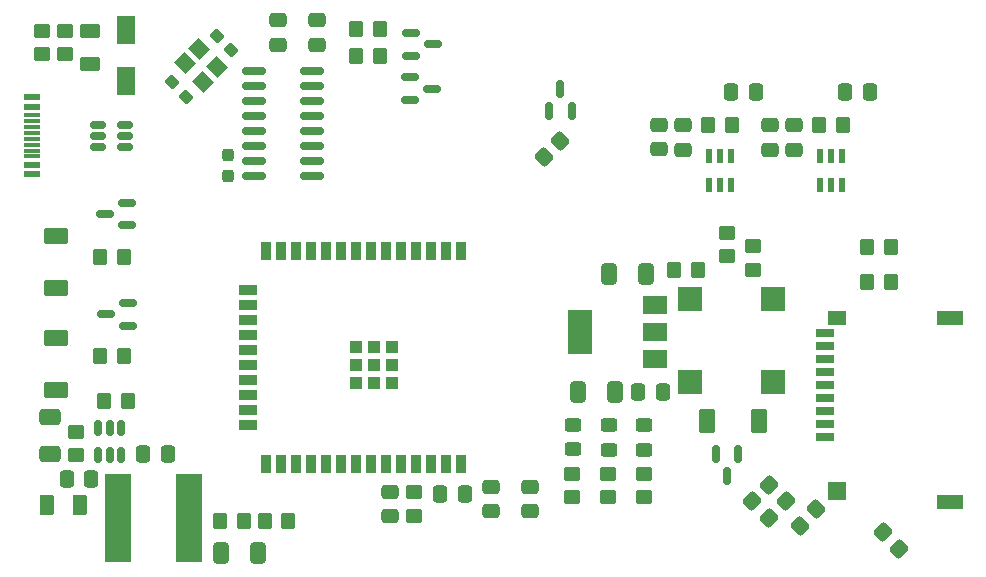
<source format=gbp>
G04 #@! TF.GenerationSoftware,KiCad,Pcbnew,7.0.1*
G04 #@! TF.CreationDate,2023-08-31T11:45:27+03:00*
G04 #@! TF.ProjectId,esp32_hotplate_digital,65737033-325f-4686-9f74-706c6174655f,rev?*
G04 #@! TF.SameCoordinates,Original*
G04 #@! TF.FileFunction,Paste,Bot*
G04 #@! TF.FilePolarity,Positive*
%FSLAX46Y46*%
G04 Gerber Fmt 4.6, Leading zero omitted, Abs format (unit mm)*
G04 Created by KiCad (PCBNEW 7.0.1) date 2023-08-31 11:45:27*
%MOMM*%
%LPD*%
G01*
G04 APERTURE LIST*
G04 Aperture macros list*
%AMRoundRect*
0 Rectangle with rounded corners*
0 $1 Rounding radius*
0 $2 $3 $4 $5 $6 $7 $8 $9 X,Y pos of 4 corners*
0 Add a 4 corners polygon primitive as box body*
4,1,4,$2,$3,$4,$5,$6,$7,$8,$9,$2,$3,0*
0 Add four circle primitives for the rounded corners*
1,1,$1+$1,$2,$3*
1,1,$1+$1,$4,$5*
1,1,$1+$1,$6,$7*
1,1,$1+$1,$8,$9*
0 Add four rect primitives between the rounded corners*
20,1,$1+$1,$2,$3,$4,$5,0*
20,1,$1+$1,$4,$5,$6,$7,0*
20,1,$1+$1,$6,$7,$8,$9,0*
20,1,$1+$1,$8,$9,$2,$3,0*%
%AMRotRect*
0 Rectangle, with rotation*
0 The origin of the aperture is its center*
0 $1 length*
0 $2 width*
0 $3 Rotation angle, in degrees counterclockwise*
0 Add horizontal line*
21,1,$1,$2,0,0,$3*%
G04 Aperture macros list end*
%ADD10RoundRect,0.250000X-0.350000X-0.450000X0.350000X-0.450000X0.350000X0.450000X-0.350000X0.450000X0*%
%ADD11RoundRect,0.250000X-0.337500X-0.475000X0.337500X-0.475000X0.337500X0.475000X-0.337500X0.475000X0*%
%ADD12RoundRect,0.250000X0.450000X-0.350000X0.450000X0.350000X-0.450000X0.350000X-0.450000X-0.350000X0*%
%ADD13R,2.200000X7.500000*%
%ADD14RoundRect,0.250000X-0.450000X0.325000X-0.450000X-0.325000X0.450000X-0.325000X0.450000X0.325000X0*%
%ADD15RoundRect,0.250000X0.475000X-0.337500X0.475000X0.337500X-0.475000X0.337500X-0.475000X-0.337500X0*%
%ADD16R,1.450000X0.600000*%
%ADD17R,1.450000X0.300000*%
%ADD18RoundRect,0.250000X-0.450000X0.350000X-0.450000X-0.350000X0.450000X-0.350000X0.450000X0.350000X0*%
%ADD19RoundRect,0.150000X-0.825000X-0.150000X0.825000X-0.150000X0.825000X0.150000X-0.825000X0.150000X0*%
%ADD20R,2.000000X2.000000*%
%ADD21RoundRect,0.250000X0.565685X0.070711X0.070711X0.565685X-0.565685X-0.070711X-0.070711X-0.565685X0*%
%ADD22RoundRect,0.150000X-0.587500X-0.150000X0.587500X-0.150000X0.587500X0.150000X-0.587500X0.150000X0*%
%ADD23R,1.550000X2.350000*%
%ADD24RoundRect,0.250000X0.070711X-0.565685X0.565685X-0.070711X-0.070711X0.565685X-0.565685X0.070711X0*%
%ADD25RoundRect,0.250000X0.337500X0.475000X-0.337500X0.475000X-0.337500X-0.475000X0.337500X-0.475000X0*%
%ADD26RoundRect,0.250000X-0.450000X-0.800000X0.450000X-0.800000X0.450000X0.800000X-0.450000X0.800000X0*%
%ADD27RoundRect,0.250000X-0.625000X0.375000X-0.625000X-0.375000X0.625000X-0.375000X0.625000X0.375000X0*%
%ADD28R,1.600000X0.700000*%
%ADD29R,1.500000X1.200000*%
%ADD30R,2.200000X1.200000*%
%ADD31R,1.500000X1.600000*%
%ADD32RoundRect,0.250000X0.350000X0.450000X-0.350000X0.450000X-0.350000X-0.450000X0.350000X-0.450000X0*%
%ADD33RoundRect,0.150000X0.587500X0.150000X-0.587500X0.150000X-0.587500X-0.150000X0.587500X-0.150000X0*%
%ADD34RoundRect,0.250000X-0.412500X-0.650000X0.412500X-0.650000X0.412500X0.650000X-0.412500X0.650000X0*%
%ADD35R,0.600000X1.200000*%
%ADD36RotRect,1.400000X1.200000X315.000000*%
%ADD37RoundRect,0.250000X-0.375000X-0.625000X0.375000X-0.625000X0.375000X0.625000X-0.375000X0.625000X0*%
%ADD38RoundRect,0.250000X-0.070711X0.565685X-0.565685X0.070711X0.070711X-0.565685X0.565685X-0.070711X0*%
%ADD39RoundRect,0.150000X0.150000X-0.512500X0.150000X0.512500X-0.150000X0.512500X-0.150000X-0.512500X0*%
%ADD40RoundRect,0.250000X0.800000X-0.450000X0.800000X0.450000X-0.800000X0.450000X-0.800000X-0.450000X0*%
%ADD41RoundRect,0.150000X-0.150000X0.587500X-0.150000X-0.587500X0.150000X-0.587500X0.150000X0.587500X0*%
%ADD42RoundRect,0.250000X0.650000X-0.412500X0.650000X0.412500X-0.650000X0.412500X-0.650000X-0.412500X0*%
%ADD43R,2.000000X1.500000*%
%ADD44R,2.000000X3.800000*%
%ADD45RoundRect,0.237500X-0.380070X0.044194X0.044194X-0.380070X0.380070X-0.044194X-0.044194X0.380070X0*%
%ADD46R,0.900000X1.500000*%
%ADD47R,1.500000X0.900000*%
%ADD48R,1.050000X1.050000*%
%ADD49RoundRect,0.150000X0.150000X-0.587500X0.150000X0.587500X-0.150000X0.587500X-0.150000X-0.587500X0*%
%ADD50RoundRect,0.237500X0.380070X-0.044194X-0.044194X0.380070X-0.380070X0.044194X0.044194X-0.380070X0*%
%ADD51RoundRect,0.237500X-0.237500X0.300000X-0.237500X-0.300000X0.237500X-0.300000X0.237500X0.300000X0*%
%ADD52RoundRect,0.150000X-0.512500X-0.150000X0.512500X-0.150000X0.512500X0.150000X-0.512500X0.150000X0*%
G04 APERTURE END LIST*
D10*
X104664000Y-74472800D03*
X106664000Y-74472800D03*
D11*
X109452500Y-59436000D03*
X111527500Y-59436000D03*
D12*
X102108000Y-93710000D03*
X102108000Y-91710000D03*
D13*
X57588162Y-95485599D03*
X63588162Y-95485599D03*
D14*
X99084001Y-87630002D03*
X99084001Y-89680002D03*
D15*
X103378000Y-64262000D03*
X103378000Y-62187000D03*
D16*
X50271800Y-66369000D03*
X50271800Y-65569000D03*
D17*
X50271800Y-64369000D03*
X50271800Y-63369000D03*
X50271800Y-62869000D03*
X50271800Y-61869000D03*
D16*
X50271800Y-60669000D03*
X50271800Y-59869000D03*
X50271800Y-59869000D03*
X50271800Y-60669000D03*
D17*
X50271800Y-61369000D03*
X50271800Y-62369000D03*
X50271800Y-63869000D03*
X50271800Y-64869000D03*
D16*
X50271800Y-65569000D03*
X50271800Y-66369000D03*
D18*
X109139100Y-71304400D03*
X109139100Y-73304400D03*
D10*
X69967600Y-95739599D03*
X71967600Y-95739599D03*
D19*
X69038000Y-66548000D03*
X69038000Y-65278000D03*
X69038000Y-64008000D03*
X69038000Y-62738000D03*
X69038000Y-61468000D03*
X69038000Y-60198000D03*
X69038000Y-58928000D03*
X69038000Y-57658000D03*
X73988000Y-57658000D03*
X73988000Y-58928000D03*
X73988000Y-60198000D03*
X73988000Y-61468000D03*
X73988000Y-62738000D03*
X73988000Y-64008000D03*
X73988000Y-65278000D03*
X73988000Y-66548000D03*
D20*
X105999400Y-83941800D03*
X105999400Y-76941800D03*
X112999400Y-76941800D03*
X112999400Y-83941800D03*
D15*
X92456000Y-94890500D03*
X92456000Y-92815500D03*
D21*
X123693907Y-98065307D03*
X122279693Y-96651093D03*
D15*
X80594200Y-95322300D03*
X80594200Y-93247300D03*
D18*
X53060600Y-54219600D03*
X53060600Y-56219600D03*
D22*
X82324500Y-56322000D03*
X82324500Y-54422000D03*
X84199500Y-55372000D03*
D23*
X58216800Y-54187200D03*
X58216800Y-58487200D03*
D15*
X89154000Y-94886600D03*
X89154000Y-92811600D03*
D12*
X96012000Y-93710000D03*
X96012000Y-91710000D03*
D24*
X93577693Y-64943707D03*
X94991907Y-63529493D03*
D25*
X103653500Y-84836000D03*
X101578500Y-84836000D03*
D26*
X107401000Y-87249000D03*
X111801000Y-87249000D03*
D27*
X55219600Y-54251400D03*
X55219600Y-57051400D03*
D10*
X66192162Y-95739599D03*
X68192162Y-95739599D03*
X77690000Y-56388000D03*
X79690000Y-56388000D03*
D28*
X117397000Y-88584600D03*
X117397000Y-87484600D03*
X117397000Y-86384600D03*
X117397000Y-85284600D03*
X117397000Y-84184600D03*
X117397000Y-83084600D03*
X117397000Y-81984600D03*
X117397000Y-80884600D03*
D29*
X118397000Y-78584600D03*
D30*
X127997000Y-78584600D03*
X127997000Y-94084600D03*
D31*
X118397000Y-93184600D03*
D28*
X117397000Y-79784600D03*
D32*
X118922000Y-62230000D03*
X116922000Y-62230000D03*
D18*
X82651600Y-93310200D03*
X82651600Y-95310200D03*
D10*
X56404000Y-85598000D03*
X58404000Y-85598000D03*
D33*
X58420000Y-77282000D03*
X58420000Y-79182000D03*
X56545000Y-78232000D03*
D10*
X120996200Y-75514200D03*
X122996200Y-75514200D03*
D32*
X58039000Y-81788000D03*
X56039000Y-81788000D03*
D25*
X61743500Y-90043000D03*
X59668500Y-90043000D03*
D34*
X96481500Y-84836000D03*
X99606500Y-84836000D03*
D15*
X105410000Y-64283500D03*
X105410000Y-62208500D03*
D35*
X107574000Y-64810000D03*
X108524000Y-64810000D03*
X109474000Y-64810000D03*
X109474000Y-67310000D03*
X108524000Y-67310000D03*
X107574000Y-67310000D03*
D12*
X53975000Y-90154000D03*
X53975000Y-88154000D03*
D32*
X109524000Y-62230000D03*
X107524000Y-62230000D03*
D14*
X96036002Y-87621000D03*
X96036002Y-89671000D03*
D36*
X64416223Y-55771142D03*
X65971858Y-57326777D03*
X64769777Y-58528858D03*
X63214142Y-56973223D03*
D14*
X102116001Y-87630000D03*
X102116001Y-89680000D03*
D37*
X51533600Y-94386400D03*
X54333600Y-94386400D03*
D38*
X116683507Y-94746093D03*
X115269293Y-96160307D03*
D39*
X57779999Y-90159000D03*
X56829999Y-90159000D03*
X55879999Y-90159000D03*
X55879999Y-87884000D03*
X56829999Y-87884000D03*
X57779999Y-87884000D03*
D34*
X66264662Y-98406599D03*
X69389662Y-98406599D03*
D21*
X112674400Y-95453200D03*
X111260186Y-94038986D03*
D40*
X52324000Y-75987000D03*
X52324000Y-71587000D03*
D41*
X108143000Y-90043000D03*
X110043000Y-90043000D03*
X109093000Y-91918000D03*
D21*
X114071400Y-94056200D03*
X112657186Y-92641986D03*
D42*
X51816000Y-90081500D03*
X51816000Y-86956500D03*
D10*
X77690000Y-54102000D03*
X79690000Y-54102000D03*
D43*
X102972000Y-77456000D03*
X102972000Y-79756000D03*
D44*
X96672000Y-79756000D03*
D43*
X102972000Y-82056000D03*
D11*
X119104500Y-59436000D03*
X121179500Y-59436000D03*
D12*
X99060000Y-93710001D03*
X99060000Y-91710001D03*
D45*
X62120648Y-58572120D03*
X63340408Y-59791880D03*
D46*
X86589000Y-90871000D03*
X85319000Y-90871000D03*
X84049000Y-90871000D03*
X82779000Y-90871000D03*
X81509000Y-90871000D03*
X80239000Y-90871000D03*
X78969000Y-90871000D03*
X77699000Y-90871000D03*
X76429000Y-90871000D03*
X75159000Y-90871000D03*
X73889000Y-90871000D03*
X72619000Y-90871000D03*
X71349000Y-90871000D03*
X70079000Y-90871000D03*
D47*
X68539000Y-87581000D03*
X68539000Y-86311000D03*
X68539000Y-85041000D03*
X68539000Y-83771000D03*
X68539000Y-82501000D03*
X68539000Y-81231000D03*
X68539000Y-79961000D03*
X68539000Y-78691000D03*
X68539000Y-77421000D03*
X68539000Y-76151000D03*
D46*
X70079000Y-72871000D03*
X71349000Y-72871000D03*
X72619000Y-72871000D03*
X73889000Y-72871000D03*
X75159000Y-72871000D03*
X76429000Y-72871000D03*
X77699000Y-72871000D03*
X78969000Y-72871000D03*
X80239000Y-72871000D03*
X81509000Y-72871000D03*
X82779000Y-72871000D03*
X84049000Y-72871000D03*
X85319000Y-72871000D03*
X86589000Y-72871000D03*
D48*
X77724000Y-84076000D03*
X79249000Y-84076000D03*
X80774000Y-84076000D03*
X77724000Y-82551000D03*
X79249000Y-82551000D03*
X80774000Y-82551000D03*
X77724000Y-81026000D03*
X79249000Y-81026000D03*
X80774000Y-81026000D03*
D32*
X58023000Y-73406000D03*
X56023000Y-73406000D03*
D15*
X112776000Y-64283500D03*
X112776000Y-62208500D03*
D35*
X116972000Y-64810000D03*
X117922000Y-64810000D03*
X118872000Y-64810000D03*
X118872000Y-67310000D03*
X117922000Y-67310000D03*
X116972000Y-67310000D03*
D15*
X74372000Y-55393500D03*
X74372000Y-53318500D03*
D18*
X51104800Y-54219600D03*
X51104800Y-56219600D03*
D49*
X95946000Y-61008500D03*
X94046000Y-61008500D03*
X94996000Y-59133500D03*
D15*
X114808000Y-64283500D03*
X114808000Y-62208500D03*
D34*
X99110000Y-74828400D03*
X102235000Y-74828400D03*
D50*
X67150408Y-55854880D03*
X65930648Y-54635120D03*
D18*
X111348900Y-72488800D03*
X111348900Y-74488800D03*
D51*
X66903600Y-64771100D03*
X66903600Y-66496100D03*
D40*
X52324000Y-84623000D03*
X52324000Y-80223000D03*
D33*
X58293000Y-68773000D03*
X58293000Y-70673000D03*
X56418000Y-69723000D03*
D52*
X55880000Y-64069000D03*
X55880000Y-63119000D03*
X55880000Y-62169000D03*
X58155000Y-62169000D03*
X58155000Y-63119000D03*
X58155000Y-64069000D03*
D11*
X84814500Y-93472000D03*
X86889500Y-93472000D03*
D10*
X120996200Y-72542400D03*
X122996200Y-72542400D03*
D22*
X82246000Y-60066000D03*
X82246000Y-58166000D03*
X84121000Y-59116000D03*
D11*
X53191500Y-92176600D03*
X55266500Y-92176600D03*
D15*
X71070000Y-55393500D03*
X71070000Y-53318500D03*
M02*

</source>
